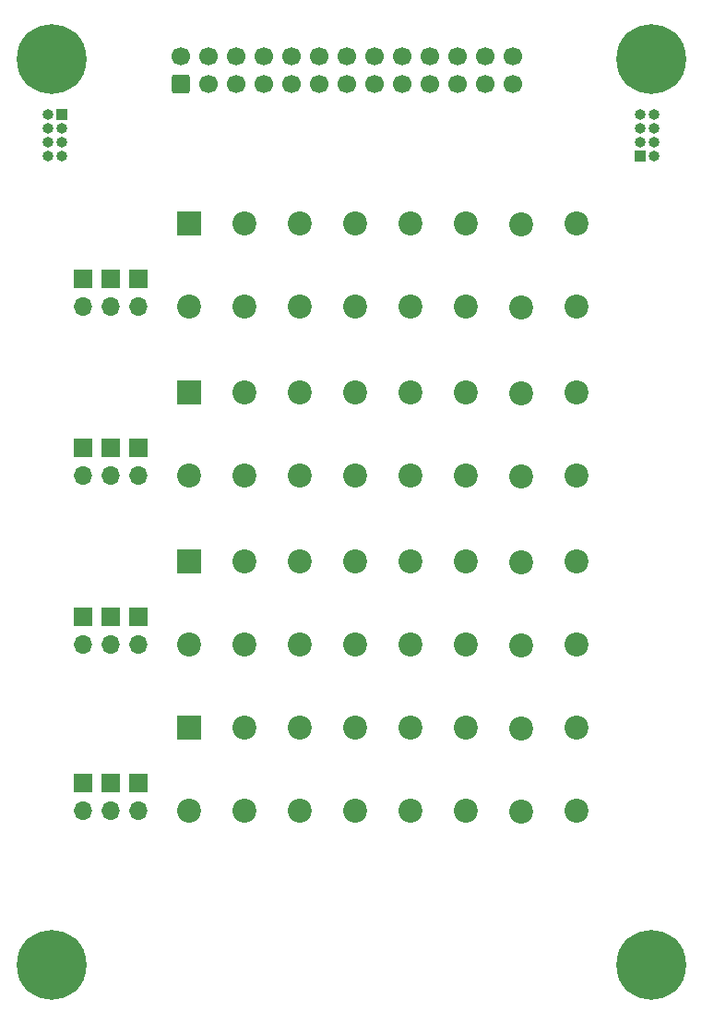
<source format=gbr>
%TF.GenerationSoftware,KiCad,Pcbnew,7.0.7*%
%TF.CreationDate,2023-11-22T16:36:34+01:00*%
%TF.ProjectId,BOB4ENCODER,424f4234-454e-4434-9f44-45522e6b6963,rev?*%
%TF.SameCoordinates,Original*%
%TF.FileFunction,Soldermask,Top*%
%TF.FilePolarity,Negative*%
%FSLAX46Y46*%
G04 Gerber Fmt 4.6, Leading zero omitted, Abs format (unit mm)*
G04 Created by KiCad (PCBNEW 7.0.7) date 2023-11-22 16:36:34*
%MOMM*%
%LPD*%
G01*
G04 APERTURE LIST*
G04 Aperture macros list*
%AMRoundRect*
0 Rectangle with rounded corners*
0 $1 Rounding radius*
0 $2 $3 $4 $5 $6 $7 $8 $9 X,Y pos of 4 corners*
0 Add a 4 corners polygon primitive as box body*
4,1,4,$2,$3,$4,$5,$6,$7,$8,$9,$2,$3,0*
0 Add four circle primitives for the rounded corners*
1,1,$1+$1,$2,$3*
1,1,$1+$1,$4,$5*
1,1,$1+$1,$6,$7*
1,1,$1+$1,$8,$9*
0 Add four rect primitives between the rounded corners*
20,1,$1+$1,$2,$3,$4,$5,0*
20,1,$1+$1,$4,$5,$6,$7,0*
20,1,$1+$1,$6,$7,$8,$9,0*
20,1,$1+$1,$8,$9,$2,$3,0*%
G04 Aperture macros list end*
%ADD10C,2.200000*%
%ADD11R,2.200000X2.200000*%
%ADD12R,1.700000X1.700000*%
%ADD13O,1.700000X1.700000*%
%ADD14R,1.000000X1.000000*%
%ADD15O,1.000000X1.000000*%
%ADD16C,0.800000*%
%ADD17C,6.400000*%
%ADD18RoundRect,0.250000X0.600000X-0.600000X0.600000X0.600000X-0.600000X0.600000X-0.600000X-0.600000X0*%
%ADD19C,1.700000*%
G04 APERTURE END LIST*
D10*
%TO.C,J5*%
X17653000Y-73914000D03*
D11*
X17653000Y-66293984D03*
D10*
X22733011Y-73914000D03*
X22733011Y-66293984D03*
X27813021Y-73914000D03*
X27813021Y-66293984D03*
X32893031Y-73899776D03*
X32893031Y-66293984D03*
X37973041Y-73914000D03*
X37973041Y-66293984D03*
X43053051Y-73914000D03*
X43053051Y-66293984D03*
X48133061Y-73923906D03*
X48133061Y-66303890D03*
X53213072Y-73918826D03*
X53213072Y-66298810D03*
%TD*%
D12*
%TO.C,JP2*%
X10419000Y-25141000D03*
D13*
X10419000Y-27681000D03*
%TD*%
D12*
%TO.C,JP7*%
X7874000Y-40640000D03*
D13*
X7874000Y-43180000D03*
%TD*%
D12*
%TO.C,JP1*%
X7879000Y-25146000D03*
D13*
X7879000Y-27686000D03*
%TD*%
D10*
%TO.C,J3*%
X17653000Y-58674000D03*
D11*
X17653000Y-51053984D03*
D10*
X22733011Y-58674000D03*
X22733011Y-51053984D03*
X27813021Y-58674000D03*
X27813021Y-51053984D03*
X32893031Y-58659776D03*
X32893031Y-51053984D03*
X37973041Y-58674000D03*
X37973041Y-51053984D03*
X43053051Y-58674000D03*
X43053051Y-51053984D03*
X48133061Y-58683906D03*
X48133061Y-51063890D03*
X53213072Y-58678826D03*
X53213072Y-51058810D03*
%TD*%
D14*
%TO.C,J7*%
X5952800Y-10000000D03*
D15*
X4682800Y-10000000D03*
X5952800Y-11270000D03*
X4682800Y-11270000D03*
X5952800Y-12540000D03*
X4682800Y-12540000D03*
X5952800Y-13810000D03*
X4682800Y-13810000D03*
%TD*%
D12*
%TO.C,JP9*%
X12954000Y-40640000D03*
D13*
X12954000Y-43180000D03*
%TD*%
D12*
%TO.C,JP11*%
X10414000Y-71374000D03*
D13*
X10414000Y-73914000D03*
%TD*%
D12*
%TO.C,JP12*%
X12954000Y-71374000D03*
D13*
X12954000Y-73914000D03*
%TD*%
D14*
%TO.C,J6*%
X59029600Y-13810000D03*
D15*
X60299600Y-13810000D03*
X59029600Y-12540000D03*
X60299600Y-12540000D03*
X59029600Y-11270000D03*
X60299600Y-11270000D03*
X59029600Y-10000000D03*
X60299600Y-10000000D03*
%TD*%
D12*
%TO.C,JP3*%
X12959000Y-25141000D03*
D13*
X12959000Y-27681000D03*
%TD*%
D16*
%TO.C,H3*%
X57600000Y-88000000D03*
X58302944Y-86302944D03*
X58302944Y-89697056D03*
X60000000Y-85600000D03*
D17*
X60000000Y-88000000D03*
D16*
X60000000Y-90400000D03*
X61697056Y-86302944D03*
X61697056Y-89697056D03*
X62400000Y-88000000D03*
%TD*%
%TO.C,H1*%
X2600000Y-5000000D03*
X3302944Y-3302944D03*
X3302944Y-6697056D03*
X5000000Y-2600000D03*
D17*
X5000000Y-5000000D03*
D16*
X5000000Y-7400000D03*
X6697056Y-3302944D03*
X6697056Y-6697056D03*
X7400000Y-5000000D03*
%TD*%
D12*
%TO.C,JP10*%
X7874000Y-71379000D03*
D13*
X7874000Y-73919000D03*
%TD*%
D16*
%TO.C,H4*%
X57600000Y-5000000D03*
X58302944Y-3302944D03*
X58302944Y-6697056D03*
X60000000Y-2600000D03*
D17*
X60000000Y-5000000D03*
D16*
X60000000Y-7400000D03*
X61697056Y-3302944D03*
X61697056Y-6697056D03*
X62400000Y-5000000D03*
%TD*%
D10*
%TO.C,J2*%
X17653000Y-27686000D03*
D11*
X17653000Y-20065984D03*
D10*
X22733011Y-27686000D03*
X22733011Y-20065984D03*
X27813021Y-27686000D03*
X27813021Y-20065984D03*
X32893031Y-27671776D03*
X32893031Y-20065984D03*
X37973041Y-27686000D03*
X37973041Y-20065984D03*
X43053051Y-27686000D03*
X43053051Y-20065984D03*
X48133061Y-27695906D03*
X48133061Y-20075890D03*
X53213072Y-27690826D03*
X53213072Y-20070810D03*
%TD*%
%TO.C,J4*%
X17653000Y-43180000D03*
D11*
X17653000Y-35559984D03*
D10*
X22733011Y-43180000D03*
X22733011Y-35559984D03*
X27813021Y-43180000D03*
X27813021Y-35559984D03*
X32893031Y-43165776D03*
X32893031Y-35559984D03*
X37973041Y-43180000D03*
X37973041Y-35559984D03*
X43053051Y-43180000D03*
X43053051Y-35559984D03*
X48133061Y-43189906D03*
X48133061Y-35569890D03*
X53213072Y-43184826D03*
X53213072Y-35564810D03*
%TD*%
D16*
%TO.C,H2*%
X2600000Y-88000000D03*
X3302944Y-86302944D03*
X3302944Y-89697056D03*
X5000000Y-85600000D03*
D17*
X5000000Y-88000000D03*
D16*
X5000000Y-90400000D03*
X6697056Y-86302944D03*
X6697056Y-89697056D03*
X7400000Y-88000000D03*
%TD*%
D12*
%TO.C,JP4*%
X7874000Y-56139000D03*
D13*
X7874000Y-58679000D03*
%TD*%
D12*
%TO.C,JP5*%
X10414000Y-56134000D03*
D13*
X10414000Y-58674000D03*
%TD*%
D18*
%TO.C,J1*%
X16891000Y-7239000D03*
D19*
X16891000Y-4699000D03*
X19431000Y-7239000D03*
X19431000Y-4699000D03*
X21971000Y-7239000D03*
X21971000Y-4699000D03*
X24511000Y-7239000D03*
X24511000Y-4699000D03*
X27051000Y-7239000D03*
X27051000Y-4699000D03*
X29591000Y-7239000D03*
X29591000Y-4699000D03*
X32131000Y-7239000D03*
X32131000Y-4699000D03*
X34671000Y-7239000D03*
X34671000Y-4699000D03*
X37211000Y-7239000D03*
X37211000Y-4699000D03*
X39751000Y-7239000D03*
X39751000Y-4699000D03*
X42291000Y-7239000D03*
X42291000Y-4699000D03*
X44831000Y-7239000D03*
X44831000Y-4699000D03*
X47371000Y-7239000D03*
X47371000Y-4699000D03*
%TD*%
D12*
%TO.C,JP8*%
X10414000Y-40640000D03*
D13*
X10414000Y-43180000D03*
%TD*%
D12*
%TO.C,JP6*%
X12954000Y-56134000D03*
D13*
X12954000Y-58674000D03*
%TD*%
M02*

</source>
